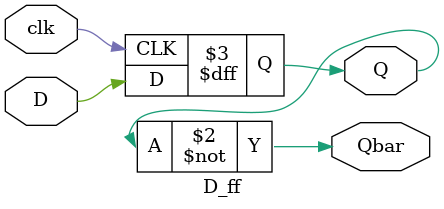
<source format=v>
module D_ff(
	input clk, D,
	output reg Q, 
	output Qbar
);
    always @(posedge clk) begin
	Q <= D;
    end

    assign Qbar = ~Q;

endmodule
</source>
